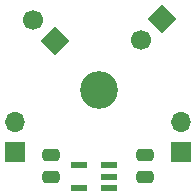
<source format=gts>
%TF.GenerationSoftware,KiCad,Pcbnew,7.0.5*%
%TF.CreationDate,2024-02-13T09:53:05+02:00*%
%TF.ProjectId,Battery Charger,42617474-6572-4792-9043-686172676572,V0*%
%TF.SameCoordinates,Original*%
%TF.FileFunction,Soldermask,Top*%
%TF.FilePolarity,Negative*%
%FSLAX46Y46*%
G04 Gerber Fmt 4.6, Leading zero omitted, Abs format (unit mm)*
G04 Created by KiCad (PCBNEW 7.0.5) date 2024-02-13 09:53:05*
%MOMM*%
%LPD*%
G01*
G04 APERTURE LIST*
G04 Aperture macros list*
%AMRoundRect*
0 Rectangle with rounded corners*
0 $1 Rounding radius*
0 $2 $3 $4 $5 $6 $7 $8 $9 X,Y pos of 4 corners*
0 Add a 4 corners polygon primitive as box body*
4,1,4,$2,$3,$4,$5,$6,$7,$8,$9,$2,$3,0*
0 Add four circle primitives for the rounded corners*
1,1,$1+$1,$2,$3*
1,1,$1+$1,$4,$5*
1,1,$1+$1,$6,$7*
1,1,$1+$1,$8,$9*
0 Add four rect primitives between the rounded corners*
20,1,$1+$1,$2,$3,$4,$5,0*
20,1,$1+$1,$4,$5,$6,$7,0*
20,1,$1+$1,$6,$7,$8,$9,0*
20,1,$1+$1,$8,$9,$2,$3,0*%
%AMHorizOval*
0 Thick line with rounded ends*
0 $1 width*
0 $2 $3 position (X,Y) of the first rounded end (center of the circle)*
0 $4 $5 position (X,Y) of the second rounded end (center of the circle)*
0 Add line between two ends*
20,1,$1,$2,$3,$4,$5,0*
0 Add two circle primitives to create the rounded ends*
1,1,$1,$2,$3*
1,1,$1,$4,$5*%
%AMRotRect*
0 Rectangle, with rotation*
0 The origin of the aperture is its center*
0 $1 length*
0 $2 width*
0 $3 Rotation angle, in degrees counterclockwise*
0 Add horizontal line*
21,1,$1,$2,0,0,$3*%
G04 Aperture macros list end*
%ADD10R,1.700000X1.700000*%
%ADD11O,1.700000X1.700000*%
%ADD12RoundRect,0.250000X-0.475000X0.250000X-0.475000X-0.250000X0.475000X-0.250000X0.475000X0.250000X0*%
%ADD13RotRect,1.700000X1.700000X225.000000*%
%ADD14HorizOval,1.700000X0.000000X0.000000X0.000000X0.000000X0*%
%ADD15RotRect,1.700000X1.700000X315.000000*%
%ADD16HorizOval,1.700000X0.000000X0.000000X0.000000X0.000000X0*%
%ADD17C,3.200000*%
%ADD18R,1.400000X0.600000*%
G04 APERTURE END LIST*
D10*
%TO.C,J_{Battery+}1*%
X6985000Y-5289000D03*
D11*
X6985000Y-2749000D03*
%TD*%
D10*
%TO.C,J_{VUSB+}1*%
X-7110000Y-5289000D03*
D11*
X-7110000Y-2749000D03*
%TD*%
D12*
%TO.C,C1*%
X-4062000Y-5542999D03*
X-4062000Y-7442999D03*
%TD*%
D13*
%TO.C,J_{VOUT}1*%
X-3733973Y4109000D03*
D14*
X-5530024Y5905051D03*
%TD*%
D15*
%TO.C,J_{Switch}1*%
X5346562Y5981561D03*
D16*
X3550511Y4185510D03*
%TD*%
D17*
%TO.C,H1*%
X0Y0D03*
%TD*%
D18*
%TO.C,IC2*%
X869000Y-8316000D03*
X869000Y-7366000D03*
X869000Y-6416000D03*
X-1631000Y-6416000D03*
X-1631000Y-8316000D03*
%TD*%
D12*
%TO.C,C2*%
X3939000Y-5543000D03*
X3939000Y-7443000D03*
%TD*%
M02*

</source>
